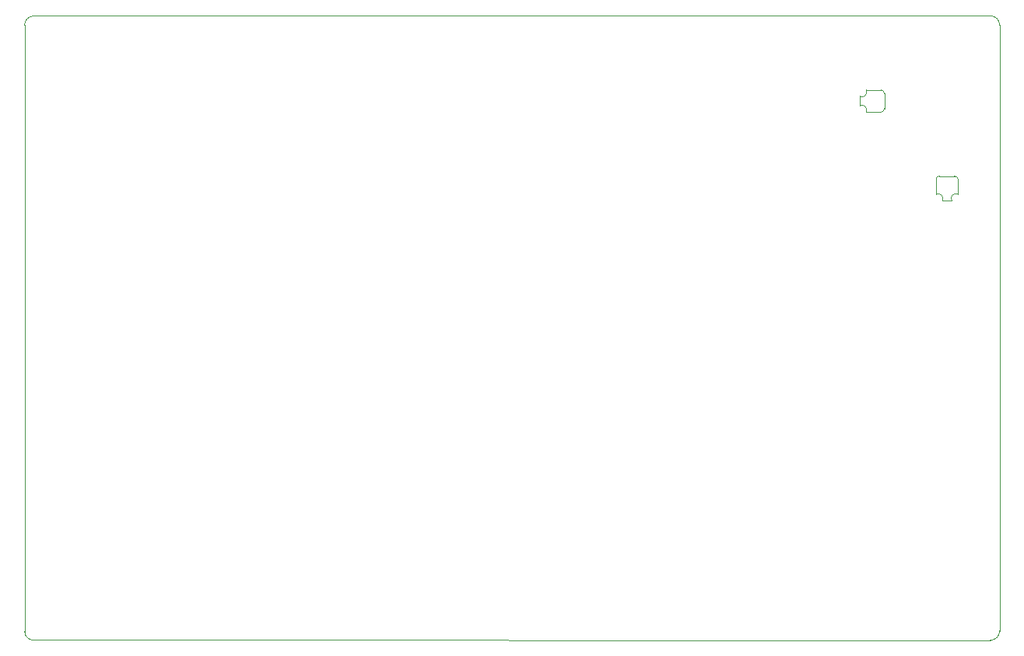
<source format=gbr>
%TF.GenerationSoftware,KiCad,Pcbnew,9.0.2*%
%TF.CreationDate,2025-12-03T23:59:17+09:00*%
%TF.ProjectId,FrostOrtho_L,46726f73-744f-4727-9468-6f5f4c2e6b69,rev?*%
%TF.SameCoordinates,Original*%
%TF.FileFunction,Profile,NP*%
%FSLAX46Y46*%
G04 Gerber Fmt 4.6, Leading zero omitted, Abs format (unit mm)*
G04 Created by KiCad (PCBNEW 9.0.2) date 2025-12-03 23:59:17*
%MOMM*%
%LPD*%
G01*
G04 APERTURE LIST*
%TA.AperFunction,Profile*%
%ADD10C,0.050000*%
%TD*%
%TA.AperFunction,Profile*%
%ADD11C,0.120000*%
%TD*%
G04 APERTURE END LIST*
D10*
X36410916Y-19998553D02*
X140500000Y-20000000D01*
X141503554Y-20998553D02*
X141496446Y-87001508D01*
X35421810Y-87072533D02*
X35407749Y-20998553D01*
X140496447Y-88001446D02*
X36337470Y-87988190D01*
X35407749Y-20998553D02*
G75*
G02*
X36407749Y-19998649I999951J-47D01*
G01*
X140500000Y-20000000D02*
G75*
G02*
X141500000Y-21000000I0J-1000000D01*
G01*
X141496447Y-87001446D02*
G75*
G02*
X140496447Y-88001447I-1000047J46D01*
G01*
X36337467Y-87988190D02*
G75*
G02*
X35421810Y-87072533I33J915690D01*
G01*
D11*
%TO.C,U1*%
X126292247Y-29793447D02*
X126292247Y-28752047D01*
X126978047Y-28066247D02*
X128578247Y-28066247D01*
X128578247Y-30479247D02*
X126978047Y-30479247D01*
X128959247Y-28447247D02*
X128959247Y-30098247D01*
X134572247Y-39435953D02*
X134572247Y-37835753D01*
X134953247Y-37454753D02*
X136604247Y-37454753D01*
X136299447Y-40121753D02*
X135258047Y-40121753D01*
X136985247Y-37835753D02*
X136985247Y-39435953D01*
X126292247Y-29793447D02*
G75*
G02*
X126978047Y-30479247I247753J-438047D01*
G01*
X126978047Y-28066247D02*
G75*
G02*
X126292247Y-28752047I-438047J-247753D01*
G01*
X128578247Y-28066247D02*
G75*
G02*
X128959247Y-28447247I8J-380992D01*
G01*
X128959247Y-30098247D02*
G75*
G02*
X128578247Y-30479247I-380996J-4D01*
G01*
X134572247Y-37835753D02*
G75*
G02*
X134953247Y-37454757I380993J3D01*
G01*
X134572247Y-39435953D02*
G75*
G02*
X135258047Y-40121753I247753J-438047D01*
G01*
X136299447Y-40121753D02*
G75*
G02*
X136985251Y-39435946I438053J247753D01*
G01*
X136604247Y-37454753D02*
G75*
G02*
X136985247Y-37835753I3J-380997D01*
G01*
%TD*%
M02*

</source>
